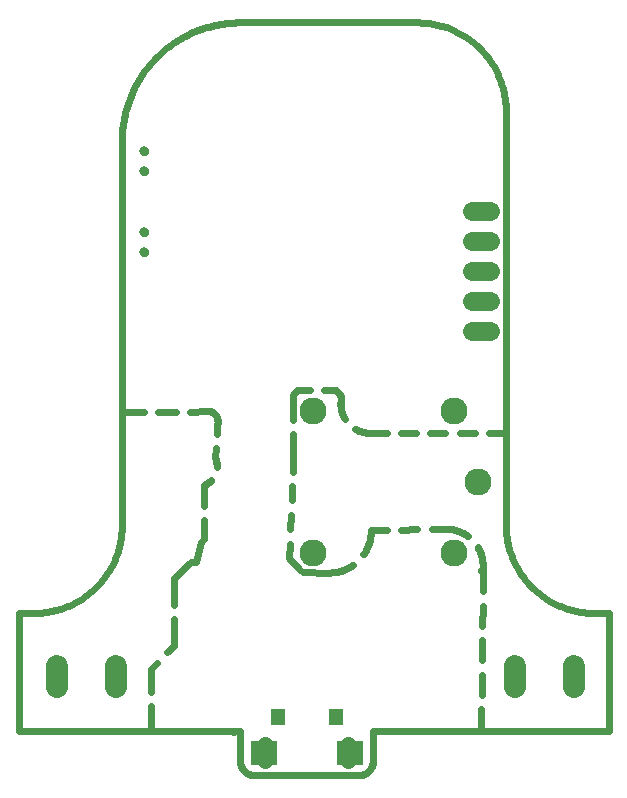
<source format=gbs>
G75*
%MOIN*%
%OFA0B0*%
%FSLAX25Y25*%
%IPPOS*%
%LPD*%
%AMOC8*
5,1,8,0,0,1.08239X$1,22.5*
%
%ADD10C,0.02400*%
%ADD11C,0.07450*%
%ADD12C,0.09000*%
%ADD13C,0.00000*%
%ADD14C,0.03156*%
%ADD15C,0.06400*%
%ADD16R,0.04926X0.05709*%
%ADD17R,0.04915X0.05710*%
%ADD18R,0.09058X0.08270*%
%ADD19R,0.09047X0.08280*%
%ADD20C,0.04959*%
%ADD21C,0.05648*%
D10*
X0372094Y0046210D02*
X0372094Y0085580D01*
X0372127Y0085721D02*
X0376606Y0085721D01*
X0376626Y0085719D01*
X0376646Y0085715D01*
X0376665Y0085707D01*
X0376682Y0085696D01*
X0376697Y0085683D01*
X0376710Y0085668D01*
X0376721Y0085651D01*
X0376729Y0085632D01*
X0376733Y0085612D01*
X0376735Y0085592D01*
X0416134Y0066838D02*
X0416134Y0059313D01*
X0416134Y0054513D02*
X0416134Y0046988D01*
X0416363Y0046759D01*
X0443519Y0046053D02*
X0443551Y0046051D01*
X0443583Y0046046D01*
X0443613Y0046037D01*
X0443643Y0046025D01*
X0443671Y0046009D01*
X0443697Y0045991D01*
X0443721Y0045969D01*
X0443743Y0045945D01*
X0443761Y0045919D01*
X0443777Y0045891D01*
X0443789Y0045861D01*
X0443798Y0045831D01*
X0443803Y0045799D01*
X0443805Y0045767D01*
X0445913Y0046210D02*
X0372094Y0046210D01*
X0416134Y0066838D02*
X0418337Y0069040D01*
X0421731Y0072434D02*
X0423933Y0074637D01*
X0423933Y0083482D01*
X0423933Y0088282D02*
X0423933Y0097128D01*
X0429441Y0102635D01*
X0431389Y0102635D01*
X0432869Y0109076D01*
X0433797Y0110093D01*
X0433881Y0116528D01*
X0433943Y0121328D02*
X0434027Y0127763D01*
X0438131Y0134341D02*
X0438137Y0134507D01*
X0438140Y0134674D01*
X0438139Y0134841D01*
X0438133Y0135007D01*
X0438124Y0135174D01*
X0438111Y0135340D01*
X0438094Y0135506D01*
X0438073Y0135671D01*
X0438048Y0135836D01*
X0438019Y0136000D01*
X0437987Y0136164D01*
X0437950Y0136327D01*
X0437910Y0136488D01*
X0437866Y0136649D01*
X0437818Y0136809D01*
X0437767Y0136967D01*
X0437711Y0137125D01*
X0437652Y0137281D01*
X0437590Y0137435D01*
X0437780Y0140416D01*
X0438087Y0145206D02*
X0438277Y0148187D01*
X0438313Y0148301D01*
X0438346Y0148416D01*
X0438375Y0148532D01*
X0438400Y0148649D01*
X0438422Y0148766D01*
X0438440Y0148884D01*
X0438454Y0149003D01*
X0438464Y0149122D01*
X0438470Y0149242D01*
X0438473Y0149362D01*
X0438472Y0149481D01*
X0438467Y0149601D01*
X0438458Y0149720D01*
X0438445Y0149839D01*
X0438428Y0149957D01*
X0438408Y0150075D01*
X0438384Y0150192D01*
X0438356Y0150309D01*
X0438324Y0150424D01*
X0438289Y0150539D01*
X0438250Y0150652D01*
X0438208Y0150763D01*
X0438161Y0150874D01*
X0438112Y0150983D01*
X0438059Y0151090D01*
X0438002Y0151195D01*
X0437942Y0151299D01*
X0437879Y0151401D01*
X0437813Y0151500D01*
X0437743Y0151598D01*
X0437671Y0151693D01*
X0437595Y0151785D01*
X0437517Y0151876D01*
X0437435Y0151963D01*
X0437351Y0152048D01*
X0437264Y0152131D01*
X0437175Y0152210D01*
X0437083Y0152287D01*
X0436989Y0152360D01*
X0436892Y0152431D01*
X0436793Y0152498D01*
X0436692Y0152562D01*
X0436589Y0152623D01*
X0436484Y0152681D01*
X0436378Y0152735D01*
X0436269Y0152786D01*
X0436159Y0152833D01*
X0436048Y0152877D01*
X0435935Y0152917D01*
X0435076Y0152763D02*
X0429231Y0152718D01*
X0424432Y0152682D02*
X0418587Y0152637D01*
X0413787Y0152601D02*
X0407943Y0152556D01*
X0433788Y0128158D02*
X0433941Y0128224D01*
X0434093Y0128294D01*
X0434242Y0128367D01*
X0434390Y0128444D01*
X0434536Y0128525D01*
X0434681Y0128608D01*
X0434823Y0128695D01*
X0434963Y0128786D01*
X0435101Y0128879D01*
X0435237Y0128976D01*
X0435370Y0129076D01*
X0435501Y0129179D01*
X0435629Y0129286D01*
X0435755Y0129395D01*
X0435879Y0129507D01*
X0436000Y0129622D01*
X0436117Y0129740D01*
X0436233Y0129860D01*
X0436345Y0129983D01*
X0463297Y0127940D02*
X0463096Y0123123D01*
X0462895Y0118327D02*
X0462693Y0113510D01*
X0462492Y0108714D02*
X0462290Y0103898D01*
X0465815Y0100039D01*
X0466899Y0099291D02*
X0475731Y0099056D01*
X0487030Y0105077D02*
X0487220Y0105360D01*
X0487402Y0105647D01*
X0487577Y0105939D01*
X0487745Y0106235D01*
X0487906Y0106535D01*
X0488059Y0106839D01*
X0488205Y0107146D01*
X0488343Y0107457D01*
X0488473Y0107771D01*
X0488596Y0108089D01*
X0488711Y0108409D01*
X0488818Y0108732D01*
X0488918Y0109057D01*
X0489009Y0109385D01*
X0489092Y0109715D01*
X0489167Y0110047D01*
X0489234Y0110381D01*
X0489292Y0110716D01*
X0489343Y0111052D01*
X0489385Y0111390D01*
X0489419Y0111729D01*
X0489444Y0112068D01*
X0489462Y0112408D01*
X0489471Y0112748D01*
X0489471Y0113088D01*
X0494833Y0113205D01*
X0499632Y0113309D02*
X0504994Y0113426D01*
X0509793Y0113530D02*
X0515155Y0113647D01*
X0534496Y0115107D02*
X0534496Y0252903D01*
X0534497Y0252903D02*
X0534488Y0253617D01*
X0534463Y0254330D01*
X0534419Y0255042D01*
X0534359Y0255753D01*
X0534282Y0256462D01*
X0534187Y0257169D01*
X0534076Y0257874D01*
X0533947Y0258576D01*
X0533801Y0259275D01*
X0533639Y0259970D01*
X0533460Y0260660D01*
X0533264Y0261346D01*
X0533052Y0262028D01*
X0532823Y0262704D01*
X0532578Y0263374D01*
X0532317Y0264038D01*
X0532040Y0264695D01*
X0531747Y0265346D01*
X0531439Y0265990D01*
X0531115Y0266625D01*
X0530776Y0267253D01*
X0530421Y0267873D01*
X0530052Y0268483D01*
X0529668Y0269085D01*
X0529270Y0269677D01*
X0528858Y0270259D01*
X0528431Y0270831D01*
X0527991Y0271393D01*
X0527538Y0271944D01*
X0527071Y0272484D01*
X0526591Y0273012D01*
X0526099Y0273529D01*
X0525595Y0274033D01*
X0525078Y0274525D01*
X0524550Y0275005D01*
X0524010Y0275472D01*
X0523459Y0275925D01*
X0522897Y0276365D01*
X0522325Y0276792D01*
X0521743Y0277204D01*
X0521151Y0277602D01*
X0520549Y0277986D01*
X0519939Y0278355D01*
X0519319Y0278710D01*
X0518691Y0279049D01*
X0518056Y0279373D01*
X0517412Y0279681D01*
X0516761Y0279974D01*
X0516104Y0280251D01*
X0515440Y0280512D01*
X0514770Y0280757D01*
X0514094Y0280986D01*
X0513412Y0281198D01*
X0512726Y0281394D01*
X0512036Y0281573D01*
X0511341Y0281735D01*
X0510642Y0281881D01*
X0509940Y0282010D01*
X0509235Y0282121D01*
X0508528Y0282216D01*
X0507819Y0282293D01*
X0507108Y0282353D01*
X0506396Y0282397D01*
X0505683Y0282422D01*
X0504969Y0282431D01*
X0504969Y0282430D02*
X0445913Y0282430D01*
X0444962Y0282419D01*
X0444011Y0282384D01*
X0443061Y0282327D01*
X0442113Y0282246D01*
X0441167Y0282143D01*
X0440224Y0282017D01*
X0439285Y0281868D01*
X0438349Y0281697D01*
X0437418Y0281502D01*
X0436491Y0281286D01*
X0435570Y0281047D01*
X0434655Y0280786D01*
X0433747Y0280503D01*
X0432846Y0280198D01*
X0431952Y0279872D01*
X0431067Y0279523D01*
X0430190Y0279154D01*
X0429322Y0278764D01*
X0428465Y0278352D01*
X0427617Y0277920D01*
X0426780Y0277468D01*
X0425954Y0276996D01*
X0425140Y0276504D01*
X0424338Y0275992D01*
X0423548Y0275461D01*
X0422772Y0274911D01*
X0422009Y0274343D01*
X0421260Y0273756D01*
X0420526Y0273151D01*
X0419806Y0272529D01*
X0419101Y0271889D01*
X0418413Y0271233D01*
X0417740Y0270560D01*
X0417084Y0269872D01*
X0416444Y0269167D01*
X0415822Y0268447D01*
X0415217Y0267713D01*
X0414630Y0266964D01*
X0414062Y0266201D01*
X0413512Y0265425D01*
X0412981Y0264635D01*
X0412469Y0263833D01*
X0411977Y0263019D01*
X0411505Y0262193D01*
X0411053Y0261356D01*
X0410621Y0260508D01*
X0410209Y0259651D01*
X0409819Y0258783D01*
X0409450Y0257906D01*
X0409101Y0257021D01*
X0408775Y0256127D01*
X0408470Y0255226D01*
X0408187Y0254318D01*
X0407926Y0253403D01*
X0407687Y0252482D01*
X0407471Y0251555D01*
X0407276Y0250624D01*
X0407105Y0249688D01*
X0406956Y0248749D01*
X0406830Y0247806D01*
X0406727Y0246860D01*
X0406646Y0245912D01*
X0406589Y0244962D01*
X0406554Y0244011D01*
X0406543Y0243060D01*
X0406543Y0115107D01*
X0406544Y0115107D02*
X0406535Y0114393D01*
X0406510Y0113680D01*
X0406466Y0112968D01*
X0406406Y0112257D01*
X0406329Y0111548D01*
X0406234Y0110841D01*
X0406123Y0110136D01*
X0405994Y0109434D01*
X0405848Y0108735D01*
X0405686Y0108040D01*
X0405507Y0107350D01*
X0405311Y0106664D01*
X0405099Y0105982D01*
X0404870Y0105306D01*
X0404625Y0104636D01*
X0404364Y0103972D01*
X0404087Y0103315D01*
X0403794Y0102664D01*
X0403486Y0102020D01*
X0403162Y0101385D01*
X0402823Y0100757D01*
X0402468Y0100137D01*
X0402099Y0099527D01*
X0401715Y0098925D01*
X0401317Y0098333D01*
X0400905Y0097751D01*
X0400478Y0097179D01*
X0400038Y0096617D01*
X0399585Y0096066D01*
X0399118Y0095526D01*
X0398638Y0094998D01*
X0398146Y0094481D01*
X0397642Y0093977D01*
X0397125Y0093485D01*
X0396597Y0093005D01*
X0396057Y0092538D01*
X0395506Y0092085D01*
X0394944Y0091645D01*
X0394372Y0091218D01*
X0393790Y0090806D01*
X0393198Y0090408D01*
X0392596Y0090024D01*
X0391986Y0089655D01*
X0391366Y0089300D01*
X0390738Y0088961D01*
X0390103Y0088637D01*
X0389459Y0088329D01*
X0388808Y0088036D01*
X0388151Y0087759D01*
X0387487Y0087498D01*
X0386817Y0087253D01*
X0386141Y0087024D01*
X0385459Y0086812D01*
X0384773Y0086616D01*
X0384083Y0086437D01*
X0383388Y0086275D01*
X0382689Y0086129D01*
X0381987Y0086000D01*
X0381282Y0085889D01*
X0380575Y0085794D01*
X0379866Y0085717D01*
X0379155Y0085657D01*
X0378443Y0085613D01*
X0377730Y0085588D01*
X0377016Y0085579D01*
X0445913Y0046210D02*
X0445913Y0036367D01*
X0445914Y0036367D02*
X0445916Y0036229D01*
X0445922Y0036091D01*
X0445931Y0035953D01*
X0445945Y0035816D01*
X0445962Y0035679D01*
X0445984Y0035543D01*
X0446009Y0035407D01*
X0446037Y0035272D01*
X0446070Y0035138D01*
X0446106Y0035005D01*
X0446146Y0034873D01*
X0446190Y0034742D01*
X0446238Y0034612D01*
X0446289Y0034484D01*
X0446343Y0034357D01*
X0446401Y0034232D01*
X0446463Y0034108D01*
X0446528Y0033987D01*
X0446596Y0033867D01*
X0446668Y0033749D01*
X0446743Y0033633D01*
X0446822Y0033519D01*
X0446903Y0033408D01*
X0446988Y0033299D01*
X0447075Y0033192D01*
X0447166Y0033088D01*
X0447259Y0032986D01*
X0447355Y0032887D01*
X0447454Y0032791D01*
X0447556Y0032698D01*
X0447660Y0032607D01*
X0447767Y0032520D01*
X0447876Y0032435D01*
X0447987Y0032354D01*
X0448101Y0032275D01*
X0448217Y0032200D01*
X0448335Y0032128D01*
X0448455Y0032060D01*
X0448576Y0031995D01*
X0448700Y0031933D01*
X0448825Y0031875D01*
X0448952Y0031821D01*
X0449080Y0031770D01*
X0449210Y0031722D01*
X0449341Y0031678D01*
X0449473Y0031638D01*
X0449606Y0031602D01*
X0449740Y0031569D01*
X0449875Y0031541D01*
X0450011Y0031516D01*
X0450147Y0031494D01*
X0450284Y0031477D01*
X0450421Y0031463D01*
X0450559Y0031454D01*
X0450697Y0031448D01*
X0450835Y0031446D01*
X0485283Y0031446D01*
X0485421Y0031448D01*
X0485559Y0031454D01*
X0485697Y0031463D01*
X0485834Y0031477D01*
X0485971Y0031494D01*
X0486107Y0031516D01*
X0486243Y0031541D01*
X0486378Y0031569D01*
X0486512Y0031602D01*
X0486645Y0031638D01*
X0486777Y0031678D01*
X0486908Y0031722D01*
X0487038Y0031770D01*
X0487166Y0031821D01*
X0487293Y0031875D01*
X0487418Y0031933D01*
X0487542Y0031995D01*
X0487663Y0032060D01*
X0487783Y0032128D01*
X0487901Y0032200D01*
X0488017Y0032275D01*
X0488131Y0032354D01*
X0488242Y0032435D01*
X0488351Y0032520D01*
X0488458Y0032607D01*
X0488562Y0032698D01*
X0488664Y0032791D01*
X0488763Y0032887D01*
X0488859Y0032986D01*
X0488952Y0033088D01*
X0489043Y0033192D01*
X0489130Y0033299D01*
X0489215Y0033408D01*
X0489296Y0033519D01*
X0489375Y0033633D01*
X0489450Y0033749D01*
X0489522Y0033867D01*
X0489590Y0033987D01*
X0489655Y0034108D01*
X0489717Y0034232D01*
X0489775Y0034357D01*
X0489829Y0034484D01*
X0489880Y0034612D01*
X0489928Y0034742D01*
X0489972Y0034873D01*
X0490012Y0035005D01*
X0490048Y0035138D01*
X0490081Y0035272D01*
X0490109Y0035407D01*
X0490134Y0035543D01*
X0490156Y0035679D01*
X0490173Y0035816D01*
X0490187Y0035953D01*
X0490196Y0036091D01*
X0490202Y0036229D01*
X0490204Y0036367D01*
X0490205Y0036367D02*
X0490205Y0046210D01*
X0568945Y0046210D01*
X0568945Y0085580D01*
X0568819Y0085696D02*
X0563694Y0085696D01*
X0563679Y0085695D01*
X0563664Y0085690D01*
X0563651Y0085683D01*
X0563639Y0085673D01*
X0563629Y0085661D01*
X0563622Y0085648D01*
X0563617Y0085633D01*
X0563616Y0085618D01*
X0526748Y0087961D02*
X0526675Y0081291D01*
X0526623Y0076492D02*
X0526550Y0069822D01*
X0526498Y0065022D02*
X0526425Y0058353D01*
X0526373Y0053553D02*
X0526300Y0046884D01*
X0526800Y0092760D02*
X0526873Y0099430D01*
X0526873Y0099429D02*
X0526830Y0099420D01*
X0526786Y0099414D01*
X0526742Y0099412D01*
X0526698Y0099414D01*
X0526654Y0099420D01*
X0526611Y0099429D01*
X0526569Y0099442D01*
X0526528Y0099459D01*
X0526489Y0099480D01*
X0526452Y0099503D01*
X0526417Y0099530D01*
X0526384Y0099560D01*
X0526355Y0099593D01*
X0526328Y0099628D01*
X0526304Y0099665D01*
X0526284Y0099704D01*
X0526267Y0099745D01*
X0526253Y0099787D01*
X0526784Y0100523D02*
X0526799Y0100816D01*
X0526806Y0101110D01*
X0526806Y0101403D01*
X0526800Y0101697D01*
X0526786Y0101990D01*
X0526766Y0102283D01*
X0526738Y0102575D01*
X0526704Y0102866D01*
X0526663Y0103157D01*
X0526614Y0103446D01*
X0526560Y0103735D01*
X0526498Y0104022D01*
X0526429Y0104307D01*
X0526354Y0104591D01*
X0526272Y0104873D01*
X0526183Y0105153D01*
X0526088Y0105430D01*
X0525986Y0105705D01*
X0525878Y0105978D01*
X0525764Y0106249D01*
X0525643Y0106516D01*
X0525515Y0106780D01*
X0525382Y0107042D01*
X0525242Y0107300D01*
X0525096Y0107555D01*
X0521933Y0111125D02*
X0521697Y0111300D01*
X0521458Y0111470D01*
X0521214Y0111634D01*
X0520967Y0111792D01*
X0520716Y0111944D01*
X0520462Y0112091D01*
X0520204Y0112231D01*
X0519943Y0112365D01*
X0519679Y0112493D01*
X0519412Y0112615D01*
X0519142Y0112730D01*
X0518869Y0112839D01*
X0518594Y0112941D01*
X0518317Y0113037D01*
X0518037Y0113126D01*
X0517755Y0113209D01*
X0517472Y0113285D01*
X0517186Y0113354D01*
X0516900Y0113416D01*
X0516611Y0113472D01*
X0516322Y0113520D01*
X0516031Y0113562D01*
X0515740Y0113597D01*
X0515448Y0113625D01*
X0515155Y0113646D01*
X0483689Y0101665D02*
X0483410Y0101470D01*
X0483127Y0101281D01*
X0482839Y0101100D01*
X0482546Y0100926D01*
X0482250Y0100759D01*
X0481949Y0100599D01*
X0481645Y0100447D01*
X0481337Y0100302D01*
X0481026Y0100165D01*
X0480711Y0100036D01*
X0480393Y0099914D01*
X0480073Y0099800D01*
X0479749Y0099694D01*
X0479423Y0099596D01*
X0479095Y0099506D01*
X0478765Y0099424D01*
X0478433Y0099350D01*
X0478099Y0099284D01*
X0477764Y0099227D01*
X0477427Y0099178D01*
X0477089Y0099137D01*
X0476751Y0099104D01*
X0476411Y0099080D01*
X0476071Y0099064D01*
X0475731Y0099056D01*
X0463498Y0132735D02*
X0463700Y0137552D01*
X0463630Y0137745D02*
X0463630Y0145188D01*
X0463630Y0149988D02*
X0463630Y0157430D01*
X0463629Y0157430D02*
X0463623Y0157526D01*
X0463621Y0157621D01*
X0463623Y0157717D01*
X0463628Y0157812D01*
X0463638Y0157907D01*
X0463651Y0158001D01*
X0463668Y0158095D01*
X0463688Y0158189D01*
X0463713Y0158281D01*
X0463741Y0158372D01*
X0463773Y0158462D01*
X0463808Y0158551D01*
X0463847Y0158638D01*
X0463890Y0158723D01*
X0463936Y0158807D01*
X0463985Y0158889D01*
X0464037Y0158968D01*
X0464093Y0159046D01*
X0464151Y0159121D01*
X0464213Y0159194D01*
X0464278Y0159265D01*
X0464345Y0159332D01*
X0464415Y0159397D01*
X0464488Y0159459D01*
X0464563Y0159518D01*
X0464640Y0159574D01*
X0464719Y0159627D01*
X0464801Y0159677D01*
X0464884Y0159723D01*
X0464970Y0159766D01*
X0465057Y0159805D01*
X0465145Y0159841D01*
X0465235Y0159873D01*
X0465326Y0159902D01*
X0465418Y0159927D01*
X0465511Y0159948D01*
X0465605Y0159965D01*
X0465700Y0159979D01*
X0465794Y0159989D01*
X0465795Y0159988D02*
X0469104Y0160011D01*
X0473904Y0160044D02*
X0477213Y0160067D01*
X0477323Y0160025D01*
X0477432Y0159980D01*
X0477539Y0159931D01*
X0477644Y0159879D01*
X0477748Y0159823D01*
X0477850Y0159764D01*
X0477950Y0159701D01*
X0478047Y0159636D01*
X0478143Y0159567D01*
X0478236Y0159495D01*
X0478327Y0159420D01*
X0478415Y0159342D01*
X0478501Y0159262D01*
X0478584Y0159178D01*
X0478665Y0159092D01*
X0478742Y0159003D01*
X0478816Y0158912D01*
X0478888Y0158819D01*
X0478956Y0158723D01*
X0479021Y0158625D01*
X0479083Y0158525D01*
X0479142Y0158422D01*
X0479197Y0158319D01*
X0479249Y0158213D01*
X0479297Y0158105D01*
X0479342Y0157997D01*
X0479383Y0157886D01*
X0479421Y0157775D01*
X0479455Y0157662D01*
X0479485Y0157548D01*
X0479512Y0157433D01*
X0479534Y0157318D01*
X0479553Y0157202D01*
X0479568Y0157085D01*
X0479580Y0156968D01*
X0479587Y0156850D01*
X0479591Y0156733D01*
X0479590Y0156615D01*
X0479586Y0156497D01*
X0479578Y0156380D01*
X0479566Y0156262D01*
X0479551Y0156146D01*
X0479531Y0156030D01*
X0479508Y0155914D01*
X0479481Y0155800D01*
X0479450Y0155686D01*
X0479416Y0155573D01*
X0479378Y0155462D01*
X0479377Y0155462D02*
X0479380Y0155230D01*
X0479388Y0154999D01*
X0479402Y0154767D01*
X0479421Y0154536D01*
X0479445Y0154306D01*
X0479475Y0154076D01*
X0479510Y0153847D01*
X0479551Y0153619D01*
X0479597Y0153392D01*
X0479649Y0153166D01*
X0479705Y0152941D01*
X0479767Y0152718D01*
X0479835Y0152496D01*
X0479907Y0152276D01*
X0479985Y0152057D01*
X0480067Y0151841D01*
X0480155Y0151626D01*
X0480248Y0151414D01*
X0480346Y0151204D01*
X0480448Y0150996D01*
X0480556Y0150791D01*
X0480668Y0150588D01*
X0480785Y0150388D01*
X0484146Y0147027D02*
X0484346Y0146910D01*
X0484549Y0146798D01*
X0484754Y0146690D01*
X0484962Y0146588D01*
X0485172Y0146490D01*
X0485384Y0146397D01*
X0485599Y0146309D01*
X0485815Y0146227D01*
X0486034Y0146149D01*
X0486254Y0146077D01*
X0486476Y0146009D01*
X0486699Y0145947D01*
X0486924Y0145891D01*
X0487150Y0145839D01*
X0487377Y0145793D01*
X0487605Y0145752D01*
X0487834Y0145717D01*
X0488064Y0145687D01*
X0488294Y0145663D01*
X0488525Y0145644D01*
X0488757Y0145630D01*
X0488988Y0145622D01*
X0489220Y0145619D01*
X0489782Y0145673D02*
X0494773Y0145673D01*
X0499573Y0145673D02*
X0504565Y0145673D01*
X0509365Y0145673D02*
X0514356Y0145673D01*
X0519156Y0145673D02*
X0524147Y0145673D01*
X0528947Y0145673D02*
X0533938Y0145673D01*
X0534496Y0115107D02*
X0534505Y0114393D01*
X0534530Y0113680D01*
X0534574Y0112968D01*
X0534634Y0112257D01*
X0534711Y0111548D01*
X0534806Y0110841D01*
X0534917Y0110136D01*
X0535046Y0109434D01*
X0535192Y0108735D01*
X0535354Y0108040D01*
X0535533Y0107350D01*
X0535729Y0106664D01*
X0535941Y0105982D01*
X0536170Y0105306D01*
X0536415Y0104636D01*
X0536676Y0103972D01*
X0536953Y0103315D01*
X0537246Y0102664D01*
X0537554Y0102020D01*
X0537878Y0101385D01*
X0538217Y0100757D01*
X0538572Y0100137D01*
X0538941Y0099527D01*
X0539325Y0098925D01*
X0539723Y0098333D01*
X0540135Y0097751D01*
X0540562Y0097179D01*
X0541002Y0096617D01*
X0541455Y0096066D01*
X0541922Y0095526D01*
X0542402Y0094998D01*
X0542894Y0094481D01*
X0543398Y0093977D01*
X0543915Y0093485D01*
X0544443Y0093005D01*
X0544983Y0092538D01*
X0545534Y0092085D01*
X0546096Y0091645D01*
X0546668Y0091218D01*
X0547250Y0090806D01*
X0547842Y0090408D01*
X0548444Y0090024D01*
X0549054Y0089655D01*
X0549674Y0089300D01*
X0550302Y0088961D01*
X0550937Y0088637D01*
X0551581Y0088329D01*
X0552232Y0088036D01*
X0552889Y0087759D01*
X0553553Y0087498D01*
X0554223Y0087253D01*
X0554899Y0087024D01*
X0555581Y0086812D01*
X0556267Y0086616D01*
X0556957Y0086437D01*
X0557652Y0086275D01*
X0558351Y0086129D01*
X0559053Y0086000D01*
X0559758Y0085889D01*
X0560465Y0085794D01*
X0561174Y0085717D01*
X0561885Y0085657D01*
X0562597Y0085613D01*
X0563310Y0085588D01*
X0564024Y0085579D01*
D11*
X0557319Y0067920D02*
X0557319Y0060870D01*
X0537634Y0060870D02*
X0537634Y0067920D01*
X0404695Y0067793D02*
X0404695Y0060743D01*
X0385010Y0060743D02*
X0385010Y0067793D01*
D12*
X0470161Y0105716D03*
X0517405Y0105716D03*
X0525279Y0129338D03*
X0517405Y0152960D03*
X0470161Y0152960D03*
D13*
X0412526Y0205865D02*
X0412528Y0205939D01*
X0412534Y0206013D01*
X0412544Y0206086D01*
X0412558Y0206159D01*
X0412575Y0206231D01*
X0412597Y0206301D01*
X0412622Y0206371D01*
X0412651Y0206439D01*
X0412684Y0206505D01*
X0412720Y0206570D01*
X0412760Y0206632D01*
X0412802Y0206693D01*
X0412848Y0206751D01*
X0412897Y0206806D01*
X0412949Y0206859D01*
X0413004Y0206909D01*
X0413061Y0206955D01*
X0413121Y0206999D01*
X0413183Y0207039D01*
X0413247Y0207076D01*
X0413313Y0207110D01*
X0413381Y0207140D01*
X0413450Y0207166D01*
X0413521Y0207189D01*
X0413592Y0207207D01*
X0413665Y0207222D01*
X0413738Y0207233D01*
X0413812Y0207240D01*
X0413886Y0207243D01*
X0413959Y0207242D01*
X0414033Y0207237D01*
X0414107Y0207228D01*
X0414180Y0207215D01*
X0414252Y0207198D01*
X0414323Y0207178D01*
X0414393Y0207153D01*
X0414461Y0207125D01*
X0414528Y0207094D01*
X0414593Y0207058D01*
X0414656Y0207020D01*
X0414717Y0206978D01*
X0414776Y0206932D01*
X0414832Y0206884D01*
X0414885Y0206833D01*
X0414935Y0206779D01*
X0414983Y0206722D01*
X0415027Y0206663D01*
X0415069Y0206601D01*
X0415107Y0206538D01*
X0415141Y0206472D01*
X0415172Y0206405D01*
X0415199Y0206336D01*
X0415222Y0206266D01*
X0415242Y0206195D01*
X0415258Y0206122D01*
X0415270Y0206049D01*
X0415278Y0205976D01*
X0415282Y0205902D01*
X0415282Y0205828D01*
X0415278Y0205754D01*
X0415270Y0205681D01*
X0415258Y0205608D01*
X0415242Y0205535D01*
X0415222Y0205464D01*
X0415199Y0205394D01*
X0415172Y0205325D01*
X0415141Y0205258D01*
X0415107Y0205192D01*
X0415069Y0205129D01*
X0415027Y0205067D01*
X0414983Y0205008D01*
X0414935Y0204951D01*
X0414885Y0204897D01*
X0414832Y0204846D01*
X0414776Y0204798D01*
X0414717Y0204752D01*
X0414656Y0204710D01*
X0414593Y0204672D01*
X0414528Y0204636D01*
X0414461Y0204605D01*
X0414393Y0204577D01*
X0414323Y0204552D01*
X0414252Y0204532D01*
X0414180Y0204515D01*
X0414107Y0204502D01*
X0414033Y0204493D01*
X0413959Y0204488D01*
X0413886Y0204487D01*
X0413812Y0204490D01*
X0413738Y0204497D01*
X0413665Y0204508D01*
X0413592Y0204523D01*
X0413521Y0204541D01*
X0413450Y0204564D01*
X0413381Y0204590D01*
X0413313Y0204620D01*
X0413247Y0204654D01*
X0413183Y0204691D01*
X0413121Y0204731D01*
X0413061Y0204775D01*
X0413004Y0204821D01*
X0412949Y0204871D01*
X0412897Y0204924D01*
X0412848Y0204979D01*
X0412802Y0205037D01*
X0412760Y0205098D01*
X0412720Y0205160D01*
X0412684Y0205225D01*
X0412651Y0205291D01*
X0412622Y0205359D01*
X0412597Y0205429D01*
X0412575Y0205499D01*
X0412558Y0205571D01*
X0412544Y0205644D01*
X0412534Y0205717D01*
X0412528Y0205791D01*
X0412526Y0205865D01*
X0412526Y0212558D02*
X0412528Y0212632D01*
X0412534Y0212706D01*
X0412544Y0212779D01*
X0412558Y0212852D01*
X0412575Y0212924D01*
X0412597Y0212994D01*
X0412622Y0213064D01*
X0412651Y0213132D01*
X0412684Y0213198D01*
X0412720Y0213263D01*
X0412760Y0213325D01*
X0412802Y0213386D01*
X0412848Y0213444D01*
X0412897Y0213499D01*
X0412949Y0213552D01*
X0413004Y0213602D01*
X0413061Y0213648D01*
X0413121Y0213692D01*
X0413183Y0213732D01*
X0413247Y0213769D01*
X0413313Y0213803D01*
X0413381Y0213833D01*
X0413450Y0213859D01*
X0413521Y0213882D01*
X0413592Y0213900D01*
X0413665Y0213915D01*
X0413738Y0213926D01*
X0413812Y0213933D01*
X0413886Y0213936D01*
X0413959Y0213935D01*
X0414033Y0213930D01*
X0414107Y0213921D01*
X0414180Y0213908D01*
X0414252Y0213891D01*
X0414323Y0213871D01*
X0414393Y0213846D01*
X0414461Y0213818D01*
X0414528Y0213787D01*
X0414593Y0213751D01*
X0414656Y0213713D01*
X0414717Y0213671D01*
X0414776Y0213625D01*
X0414832Y0213577D01*
X0414885Y0213526D01*
X0414935Y0213472D01*
X0414983Y0213415D01*
X0415027Y0213356D01*
X0415069Y0213294D01*
X0415107Y0213231D01*
X0415141Y0213165D01*
X0415172Y0213098D01*
X0415199Y0213029D01*
X0415222Y0212959D01*
X0415242Y0212888D01*
X0415258Y0212815D01*
X0415270Y0212742D01*
X0415278Y0212669D01*
X0415282Y0212595D01*
X0415282Y0212521D01*
X0415278Y0212447D01*
X0415270Y0212374D01*
X0415258Y0212301D01*
X0415242Y0212228D01*
X0415222Y0212157D01*
X0415199Y0212087D01*
X0415172Y0212018D01*
X0415141Y0211951D01*
X0415107Y0211885D01*
X0415069Y0211822D01*
X0415027Y0211760D01*
X0414983Y0211701D01*
X0414935Y0211644D01*
X0414885Y0211590D01*
X0414832Y0211539D01*
X0414776Y0211491D01*
X0414717Y0211445D01*
X0414656Y0211403D01*
X0414593Y0211365D01*
X0414528Y0211329D01*
X0414461Y0211298D01*
X0414393Y0211270D01*
X0414323Y0211245D01*
X0414252Y0211225D01*
X0414180Y0211208D01*
X0414107Y0211195D01*
X0414033Y0211186D01*
X0413959Y0211181D01*
X0413886Y0211180D01*
X0413812Y0211183D01*
X0413738Y0211190D01*
X0413665Y0211201D01*
X0413592Y0211216D01*
X0413521Y0211234D01*
X0413450Y0211257D01*
X0413381Y0211283D01*
X0413313Y0211313D01*
X0413247Y0211347D01*
X0413183Y0211384D01*
X0413121Y0211424D01*
X0413061Y0211468D01*
X0413004Y0211514D01*
X0412949Y0211564D01*
X0412897Y0211617D01*
X0412848Y0211672D01*
X0412802Y0211730D01*
X0412760Y0211791D01*
X0412720Y0211853D01*
X0412684Y0211918D01*
X0412651Y0211984D01*
X0412622Y0212052D01*
X0412597Y0212122D01*
X0412575Y0212192D01*
X0412558Y0212264D01*
X0412544Y0212337D01*
X0412534Y0212410D01*
X0412528Y0212484D01*
X0412526Y0212558D01*
X0412526Y0232923D02*
X0412528Y0232997D01*
X0412534Y0233071D01*
X0412544Y0233144D01*
X0412558Y0233217D01*
X0412575Y0233289D01*
X0412597Y0233359D01*
X0412622Y0233429D01*
X0412651Y0233497D01*
X0412684Y0233563D01*
X0412720Y0233628D01*
X0412760Y0233690D01*
X0412802Y0233751D01*
X0412848Y0233809D01*
X0412897Y0233864D01*
X0412949Y0233917D01*
X0413004Y0233967D01*
X0413061Y0234013D01*
X0413121Y0234057D01*
X0413183Y0234097D01*
X0413247Y0234134D01*
X0413313Y0234168D01*
X0413381Y0234198D01*
X0413450Y0234224D01*
X0413521Y0234247D01*
X0413592Y0234265D01*
X0413665Y0234280D01*
X0413738Y0234291D01*
X0413812Y0234298D01*
X0413886Y0234301D01*
X0413959Y0234300D01*
X0414033Y0234295D01*
X0414107Y0234286D01*
X0414180Y0234273D01*
X0414252Y0234256D01*
X0414323Y0234236D01*
X0414393Y0234211D01*
X0414461Y0234183D01*
X0414528Y0234152D01*
X0414593Y0234116D01*
X0414656Y0234078D01*
X0414717Y0234036D01*
X0414776Y0233990D01*
X0414832Y0233942D01*
X0414885Y0233891D01*
X0414935Y0233837D01*
X0414983Y0233780D01*
X0415027Y0233721D01*
X0415069Y0233659D01*
X0415107Y0233596D01*
X0415141Y0233530D01*
X0415172Y0233463D01*
X0415199Y0233394D01*
X0415222Y0233324D01*
X0415242Y0233253D01*
X0415258Y0233180D01*
X0415270Y0233107D01*
X0415278Y0233034D01*
X0415282Y0232960D01*
X0415282Y0232886D01*
X0415278Y0232812D01*
X0415270Y0232739D01*
X0415258Y0232666D01*
X0415242Y0232593D01*
X0415222Y0232522D01*
X0415199Y0232452D01*
X0415172Y0232383D01*
X0415141Y0232316D01*
X0415107Y0232250D01*
X0415069Y0232187D01*
X0415027Y0232125D01*
X0414983Y0232066D01*
X0414935Y0232009D01*
X0414885Y0231955D01*
X0414832Y0231904D01*
X0414776Y0231856D01*
X0414717Y0231810D01*
X0414656Y0231768D01*
X0414593Y0231730D01*
X0414528Y0231694D01*
X0414461Y0231663D01*
X0414393Y0231635D01*
X0414323Y0231610D01*
X0414252Y0231590D01*
X0414180Y0231573D01*
X0414107Y0231560D01*
X0414033Y0231551D01*
X0413959Y0231546D01*
X0413886Y0231545D01*
X0413812Y0231548D01*
X0413738Y0231555D01*
X0413665Y0231566D01*
X0413592Y0231581D01*
X0413521Y0231599D01*
X0413450Y0231622D01*
X0413381Y0231648D01*
X0413313Y0231678D01*
X0413247Y0231712D01*
X0413183Y0231749D01*
X0413121Y0231789D01*
X0413061Y0231833D01*
X0413004Y0231879D01*
X0412949Y0231929D01*
X0412897Y0231982D01*
X0412848Y0232037D01*
X0412802Y0232095D01*
X0412760Y0232156D01*
X0412720Y0232218D01*
X0412684Y0232283D01*
X0412651Y0232349D01*
X0412622Y0232417D01*
X0412597Y0232487D01*
X0412575Y0232557D01*
X0412558Y0232629D01*
X0412544Y0232702D01*
X0412534Y0232775D01*
X0412528Y0232849D01*
X0412526Y0232923D01*
X0412526Y0239616D02*
X0412528Y0239690D01*
X0412534Y0239764D01*
X0412544Y0239837D01*
X0412558Y0239910D01*
X0412575Y0239982D01*
X0412597Y0240052D01*
X0412622Y0240122D01*
X0412651Y0240190D01*
X0412684Y0240256D01*
X0412720Y0240321D01*
X0412760Y0240383D01*
X0412802Y0240444D01*
X0412848Y0240502D01*
X0412897Y0240557D01*
X0412949Y0240610D01*
X0413004Y0240660D01*
X0413061Y0240706D01*
X0413121Y0240750D01*
X0413183Y0240790D01*
X0413247Y0240827D01*
X0413313Y0240861D01*
X0413381Y0240891D01*
X0413450Y0240917D01*
X0413521Y0240940D01*
X0413592Y0240958D01*
X0413665Y0240973D01*
X0413738Y0240984D01*
X0413812Y0240991D01*
X0413886Y0240994D01*
X0413959Y0240993D01*
X0414033Y0240988D01*
X0414107Y0240979D01*
X0414180Y0240966D01*
X0414252Y0240949D01*
X0414323Y0240929D01*
X0414393Y0240904D01*
X0414461Y0240876D01*
X0414528Y0240845D01*
X0414593Y0240809D01*
X0414656Y0240771D01*
X0414717Y0240729D01*
X0414776Y0240683D01*
X0414832Y0240635D01*
X0414885Y0240584D01*
X0414935Y0240530D01*
X0414983Y0240473D01*
X0415027Y0240414D01*
X0415069Y0240352D01*
X0415107Y0240289D01*
X0415141Y0240223D01*
X0415172Y0240156D01*
X0415199Y0240087D01*
X0415222Y0240017D01*
X0415242Y0239946D01*
X0415258Y0239873D01*
X0415270Y0239800D01*
X0415278Y0239727D01*
X0415282Y0239653D01*
X0415282Y0239579D01*
X0415278Y0239505D01*
X0415270Y0239432D01*
X0415258Y0239359D01*
X0415242Y0239286D01*
X0415222Y0239215D01*
X0415199Y0239145D01*
X0415172Y0239076D01*
X0415141Y0239009D01*
X0415107Y0238943D01*
X0415069Y0238880D01*
X0415027Y0238818D01*
X0414983Y0238759D01*
X0414935Y0238702D01*
X0414885Y0238648D01*
X0414832Y0238597D01*
X0414776Y0238549D01*
X0414717Y0238503D01*
X0414656Y0238461D01*
X0414593Y0238423D01*
X0414528Y0238387D01*
X0414461Y0238356D01*
X0414393Y0238328D01*
X0414323Y0238303D01*
X0414252Y0238283D01*
X0414180Y0238266D01*
X0414107Y0238253D01*
X0414033Y0238244D01*
X0413959Y0238239D01*
X0413886Y0238238D01*
X0413812Y0238241D01*
X0413738Y0238248D01*
X0413665Y0238259D01*
X0413592Y0238274D01*
X0413521Y0238292D01*
X0413450Y0238315D01*
X0413381Y0238341D01*
X0413313Y0238371D01*
X0413247Y0238405D01*
X0413183Y0238442D01*
X0413121Y0238482D01*
X0413061Y0238526D01*
X0413004Y0238572D01*
X0412949Y0238622D01*
X0412897Y0238675D01*
X0412848Y0238730D01*
X0412802Y0238788D01*
X0412760Y0238849D01*
X0412720Y0238911D01*
X0412684Y0238976D01*
X0412651Y0239042D01*
X0412622Y0239110D01*
X0412597Y0239180D01*
X0412575Y0239250D01*
X0412558Y0239322D01*
X0412544Y0239395D01*
X0412534Y0239468D01*
X0412528Y0239542D01*
X0412526Y0239616D01*
D14*
X0413904Y0239616D03*
X0413904Y0232923D03*
X0413904Y0212558D03*
X0413904Y0205865D03*
D15*
X0523093Y0209449D02*
X0529093Y0209449D01*
X0529093Y0219449D02*
X0523093Y0219449D01*
X0523093Y0199449D02*
X0529093Y0199449D01*
X0529093Y0189449D02*
X0523093Y0189449D01*
X0523093Y0179449D02*
X0529093Y0179449D01*
D16*
X0458681Y0050850D03*
D17*
X0477782Y0050850D03*
D18*
X0453859Y0039038D03*
D19*
X0482605Y0039033D03*
D20*
X0477778Y0050851D03*
X0458684Y0050851D03*
D21*
X0454402Y0041664D02*
X0454402Y0036416D01*
X0482060Y0036416D02*
X0482060Y0041664D01*
M02*

</source>
